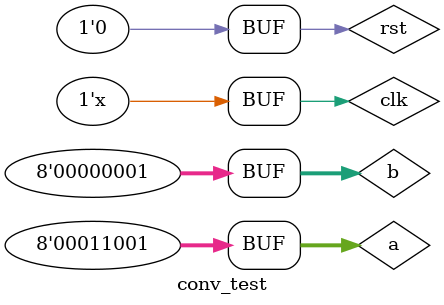
<source format=v>
module conv_test;
   // parameter N = 5;
    //parameter M = 5;
    
    reg clk, rst;
    reg [7:0] a, b;
    wire [7:0] out;
    wire done;
    
    // Instantiate the convolution module
    conv_2d #(5,3) uut (
        .clk(clk), 
        .rst(rst), 
        .a(a), 
        .b(b), 
        .out(out), 
        .done(done)
    );
    
    // Clock generation
    always #5 clk = ~clk; // 10ns clock period
    
    initial begin
        // Initialize signals
        clk = 0;
        rst = 1;
        #100;
        
        
        
        rst = 0; // Deassert reset after some time
        
        // Apply inputs sequentially with proper timing
        #3 a = 8'd1; b = 8'd1;
        #20 a = 8'd2; b = 8'd0;
        #20 a = 8'd3; b = 8'd1;
        #20 a=8'd4; 
        #20 a = 8'd5;
        #40 a = 8'd6; b = 8'd0;
        #20 a=8'd7; b = 8'd1;
        #20 a=8'd8; b = 8'd0;
        #20 a=8'd9;
        #20 a=8'd10;
        #40 a=8'd11;b = 8'd1;
        #20 a=8'd12;b = 8'd0;
        #20 a=8'd13;b = 8'd1;
        #20 a=8'd14;
        #20 a=8'd15;
        #40 a=8'd16;
        #20 a=8'd17;
        #20 a=8'd18;
        #20 a=8'd19;
        #20 a=8'd20;
        #40 a=8'd21;
        #20 a=8'd22;
        #20 a=8'd23;
        #20 a=8'd24;
        #20 a=8'd25;

    end
    
endmodule

</source>
